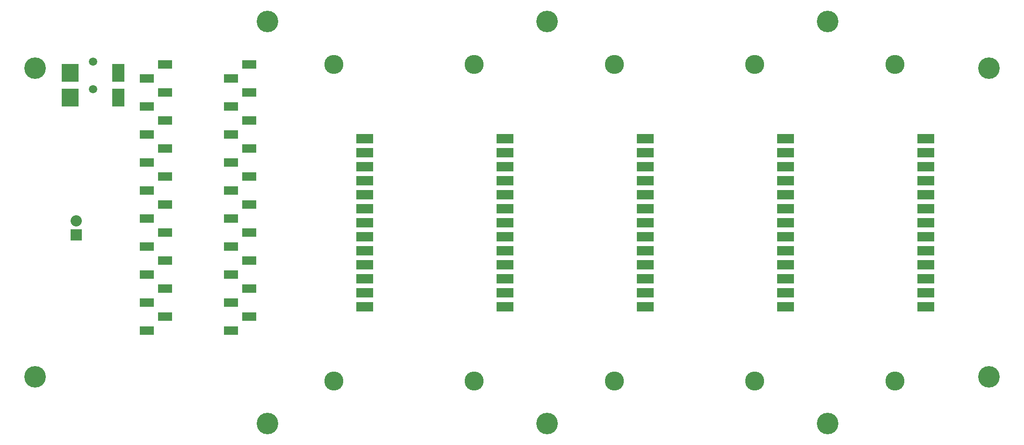
<source format=gts>
G04 (created by PCBNEW-RS274X (2011-05-25)-stable) date Fri 21 Sep 2012 01:47:41 PM PDT*
G01*
G70*
G90*
%MOIN*%
G04 Gerber Fmt 3.4, Leading zero omitted, Abs format*
%FSLAX34Y34*%
G04 APERTURE LIST*
%ADD10C,0.006000*%
%ADD11C,0.153900*%
%ADD12R,0.120000X0.070000*%
%ADD13C,0.136000*%
%ADD14C,0.059000*%
%ADD15R,0.087000X0.130000*%
%ADD16R,0.122400X0.130000*%
%ADD17R,0.080000X0.080000*%
%ADD18C,0.080000*%
%ADD19R,0.098700X0.059400*%
G04 APERTURE END LIST*
G54D10*
G54D11*
X77185Y-41717D03*
X57185Y-41717D03*
X37234Y-41717D03*
X37234Y-13008D03*
X57185Y-13008D03*
X77185Y-13008D03*
G54D12*
X84185Y-21362D03*
X84185Y-22362D03*
X84185Y-23362D03*
X84185Y-24362D03*
X84185Y-25362D03*
X84185Y-26362D03*
X84185Y-27362D03*
X84185Y-28362D03*
X84185Y-29362D03*
X84185Y-30362D03*
X84185Y-31362D03*
X84185Y-32362D03*
X84185Y-33362D03*
G54D13*
X81965Y-16062D03*
X81965Y-38662D03*
G54D12*
X74185Y-21362D03*
X74185Y-22362D03*
X74185Y-23362D03*
X74185Y-24362D03*
X74185Y-25362D03*
X74185Y-26362D03*
X74185Y-27362D03*
X74185Y-28362D03*
X74185Y-29362D03*
X74185Y-30362D03*
X74185Y-31362D03*
X74185Y-32362D03*
X74185Y-33362D03*
G54D13*
X71965Y-16062D03*
X71965Y-38662D03*
G54D12*
X64185Y-21362D03*
X64185Y-22362D03*
X64185Y-23362D03*
X64185Y-24362D03*
X64185Y-25362D03*
X64185Y-26362D03*
X64185Y-27362D03*
X64185Y-28362D03*
X64185Y-29362D03*
X64185Y-30362D03*
X64185Y-31362D03*
X64185Y-32362D03*
X64185Y-33362D03*
G54D13*
X61965Y-16062D03*
X61965Y-38662D03*
G54D12*
X54185Y-21362D03*
X54185Y-22362D03*
X54185Y-23362D03*
X54185Y-24362D03*
X54185Y-25362D03*
X54185Y-26362D03*
X54185Y-27362D03*
X54185Y-28362D03*
X54185Y-29362D03*
X54185Y-30362D03*
X54185Y-31362D03*
X54185Y-32362D03*
X54185Y-33362D03*
G54D13*
X51965Y-16062D03*
X51965Y-38662D03*
G54D12*
X44185Y-21362D03*
X44185Y-22362D03*
X44185Y-23362D03*
X44185Y-24362D03*
X44185Y-25362D03*
X44185Y-26362D03*
X44185Y-27362D03*
X44185Y-28362D03*
X44185Y-29362D03*
X44185Y-30362D03*
X44185Y-31362D03*
X44185Y-32362D03*
X44185Y-33362D03*
G54D13*
X41965Y-16062D03*
X41965Y-38662D03*
G54D14*
X24803Y-15886D03*
X24803Y-17854D03*
G54D15*
X26598Y-18445D03*
X26598Y-16673D03*
G54D16*
X23189Y-16673D03*
X23189Y-18445D03*
G54D17*
X23622Y-28256D03*
G54D18*
X23622Y-27256D03*
G54D19*
X29937Y-16091D03*
X28633Y-17091D03*
X29937Y-18091D03*
X28633Y-19091D03*
X29937Y-20091D03*
X28633Y-21091D03*
X29937Y-22091D03*
X28633Y-23091D03*
X29937Y-24091D03*
X28633Y-25091D03*
X29937Y-26091D03*
X28633Y-27091D03*
X29937Y-28091D03*
X28633Y-29091D03*
X29937Y-30091D03*
X28633Y-31091D03*
X29937Y-32091D03*
X28633Y-33091D03*
X29937Y-34091D03*
X28633Y-35091D03*
X34629Y-35091D03*
X35933Y-34091D03*
X34629Y-33091D03*
X35933Y-32091D03*
X34629Y-31091D03*
X35933Y-30091D03*
X34629Y-29091D03*
X35933Y-28091D03*
X34629Y-27091D03*
X35933Y-26091D03*
X34629Y-25091D03*
X35933Y-24091D03*
X34629Y-23091D03*
X35933Y-22091D03*
X34629Y-21091D03*
X35933Y-20091D03*
X34629Y-19091D03*
X35933Y-18091D03*
X34629Y-17091D03*
X35933Y-16091D03*
G54D11*
X20685Y-16354D03*
X20685Y-38370D03*
X88685Y-38370D03*
X88685Y-16354D03*
M02*

</source>
